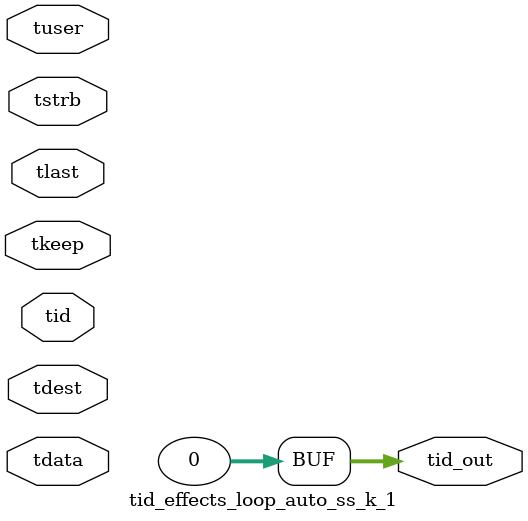
<source format=v>


`timescale 1ps/1ps

module tid_effects_loop_auto_ss_k_1 #
(
parameter C_S_AXIS_TID_WIDTH   = 1,
parameter C_S_AXIS_TUSER_WIDTH = 0,
parameter C_S_AXIS_TDATA_WIDTH = 0,
parameter C_S_AXIS_TDEST_WIDTH = 0,
parameter C_M_AXIS_TID_WIDTH   = 32
)
(
input  [(C_S_AXIS_TID_WIDTH   == 0 ? 1 : C_S_AXIS_TID_WIDTH)-1:0       ] tid,
input  [(C_S_AXIS_TDATA_WIDTH == 0 ? 1 : C_S_AXIS_TDATA_WIDTH)-1:0     ] tdata,
input  [(C_S_AXIS_TUSER_WIDTH == 0 ? 1 : C_S_AXIS_TUSER_WIDTH)-1:0     ] tuser,
input  [(C_S_AXIS_TDEST_WIDTH == 0 ? 1 : C_S_AXIS_TDEST_WIDTH)-1:0     ] tdest,
input  [(C_S_AXIS_TDATA_WIDTH/8)-1:0 ] tkeep,
input  [(C_S_AXIS_TDATA_WIDTH/8)-1:0 ] tstrb,
input                                                                    tlast,
output [(C_M_AXIS_TID_WIDTH   == 0 ? 1 : C_M_AXIS_TID_WIDTH)-1:0       ] tid_out
);

assign tid_out = {1'b0};

endmodule


</source>
